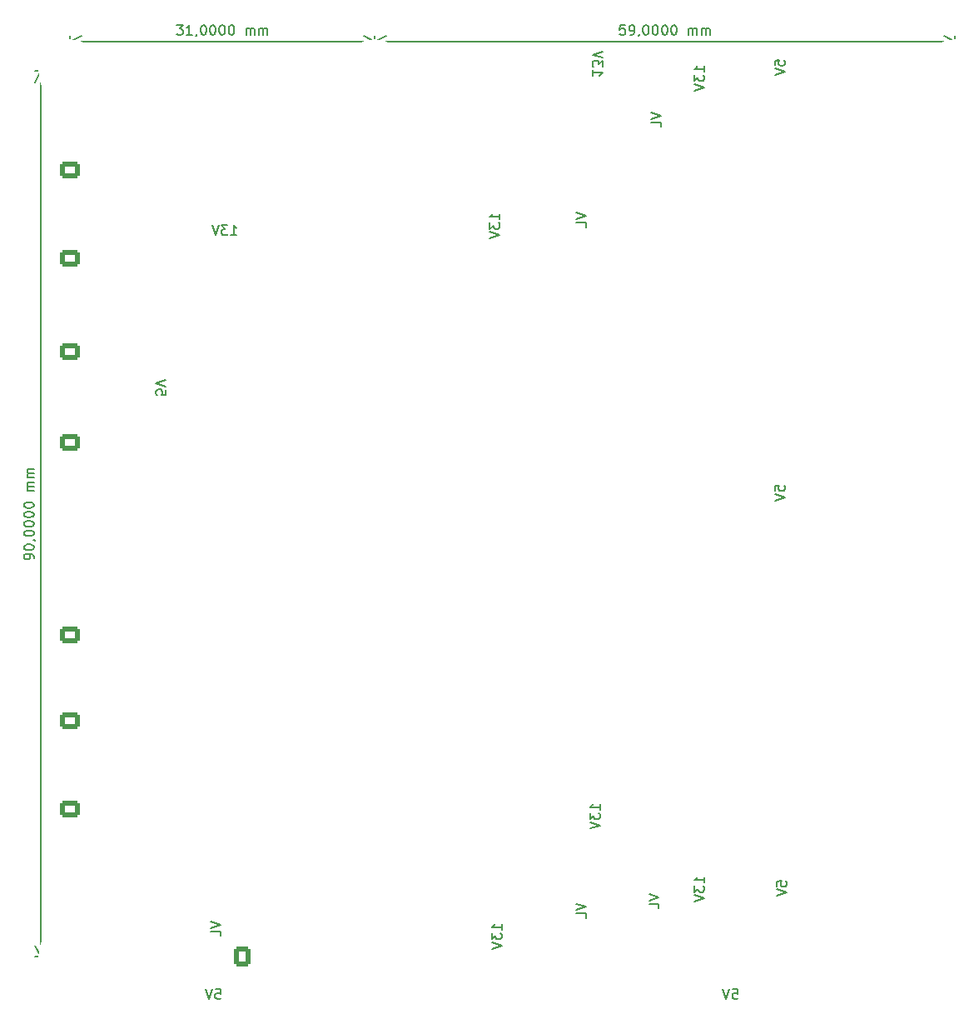
<source format=gbo>
%TF.GenerationSoftware,KiCad,Pcbnew,7.0.10*%
%TF.CreationDate,2024-02-04T21:05:04+01:00*%
%TF.ProjectId,demo_LMP7721,64656d6f-5f4c-44d5-9037-3732312e6b69,rev?*%
%TF.SameCoordinates,Original*%
%TF.FileFunction,Legend,Bot*%
%TF.FilePolarity,Positive*%
%FSLAX46Y46*%
G04 Gerber Fmt 4.6, Leading zero omitted, Abs format (unit mm)*
G04 Created by KiCad (PCBNEW 7.0.10) date 2024-02-04 21:05:04*
%MOMM*%
%LPD*%
G01*
G04 APERTURE LIST*
G04 Aperture macros list*
%AMRoundRect*
0 Rectangle with rounded corners*
0 $1 Rounding radius*
0 $2 $3 $4 $5 $6 $7 $8 $9 X,Y pos of 4 corners*
0 Add a 4 corners polygon primitive as box body*
4,1,4,$2,$3,$4,$5,$6,$7,$8,$9,$2,$3,0*
0 Add four circle primitives for the rounded corners*
1,1,$1+$1,$2,$3*
1,1,$1+$1,$4,$5*
1,1,$1+$1,$6,$7*
1,1,$1+$1,$8,$9*
0 Add four rect primitives between the rounded corners*
20,1,$1+$1,$2,$3,$4,$5,0*
20,1,$1+$1,$4,$5,$6,$7,0*
20,1,$1+$1,$6,$7,$8,$9,0*
20,1,$1+$1,$8,$9,$2,$3,0*%
G04 Aperture macros list end*
%ADD10C,0.150000*%
%ADD11C,1.795065*%
%ADD12C,0.800000*%
%ADD13C,6.400000*%
%ADD14RoundRect,0.250000X0.725000X-0.600000X0.725000X0.600000X-0.725000X0.600000X-0.725000X-0.600000X0*%
%ADD15O,1.950000X1.700000*%
%ADD16R,1.700000X1.700000*%
%ADD17O,1.700000X1.700000*%
%ADD18RoundRect,0.250000X0.750000X-0.600000X0.750000X0.600000X-0.750000X0.600000X-0.750000X-0.600000X0*%
%ADD19O,2.000000X1.700000*%
%ADD20RoundRect,0.250000X0.600000X0.750000X-0.600000X0.750000X-0.600000X-0.750000X0.600000X-0.750000X0*%
%ADD21O,1.700000X2.000000*%
G04 APERTURE END LIST*
D10*
X84787030Y-123269819D02*
X85263220Y-123269819D01*
X85263220Y-123269819D02*
X85310839Y-123746009D01*
X85310839Y-123746009D02*
X85263220Y-123698390D01*
X85263220Y-123698390D02*
X85167982Y-123650771D01*
X85167982Y-123650771D02*
X84929887Y-123650771D01*
X84929887Y-123650771D02*
X84834649Y-123698390D01*
X84834649Y-123698390D02*
X84787030Y-123746009D01*
X84787030Y-123746009D02*
X84739411Y-123841247D01*
X84739411Y-123841247D02*
X84739411Y-124079342D01*
X84739411Y-124079342D02*
X84787030Y-124174580D01*
X84787030Y-124174580D02*
X84834649Y-124222200D01*
X84834649Y-124222200D02*
X84929887Y-124269819D01*
X84929887Y-124269819D02*
X85167982Y-124269819D01*
X85167982Y-124269819D02*
X85263220Y-124222200D01*
X85263220Y-124222200D02*
X85310839Y-124174580D01*
X84453696Y-123269819D02*
X84120363Y-124269819D01*
X84120363Y-124269819D02*
X83787030Y-123269819D01*
X123130180Y-29889411D02*
X123130180Y-30460839D01*
X123130180Y-30175125D02*
X124130180Y-30175125D01*
X124130180Y-30175125D02*
X123987323Y-30270363D01*
X123987323Y-30270363D02*
X123892085Y-30365601D01*
X123892085Y-30365601D02*
X123844466Y-30460839D01*
X124130180Y-29556077D02*
X124130180Y-28937030D01*
X124130180Y-28937030D02*
X123749228Y-29270363D01*
X123749228Y-29270363D02*
X123749228Y-29127506D01*
X123749228Y-29127506D02*
X123701609Y-29032268D01*
X123701609Y-29032268D02*
X123653990Y-28984649D01*
X123653990Y-28984649D02*
X123558752Y-28937030D01*
X123558752Y-28937030D02*
X123320657Y-28937030D01*
X123320657Y-28937030D02*
X123225419Y-28984649D01*
X123225419Y-28984649D02*
X123177800Y-29032268D01*
X123177800Y-29032268D02*
X123130180Y-29127506D01*
X123130180Y-29127506D02*
X123130180Y-29413220D01*
X123130180Y-29413220D02*
X123177800Y-29508458D01*
X123177800Y-29508458D02*
X123225419Y-29556077D01*
X124130180Y-28651315D02*
X123130180Y-28317982D01*
X123130180Y-28317982D02*
X124130180Y-27984649D01*
X129069819Y-34193922D02*
X130069819Y-34527255D01*
X130069819Y-34527255D02*
X129069819Y-34860588D01*
X130069819Y-35670112D02*
X130069819Y-35193922D01*
X130069819Y-35193922D02*
X129069819Y-35193922D01*
X113869819Y-117260588D02*
X113869819Y-116689160D01*
X113869819Y-116974874D02*
X112869819Y-116974874D01*
X112869819Y-116974874D02*
X113012676Y-116879636D01*
X113012676Y-116879636D02*
X113107914Y-116784398D01*
X113107914Y-116784398D02*
X113155533Y-116689160D01*
X112869819Y-117593922D02*
X112869819Y-118212969D01*
X112869819Y-118212969D02*
X113250771Y-117879636D01*
X113250771Y-117879636D02*
X113250771Y-118022493D01*
X113250771Y-118022493D02*
X113298390Y-118117731D01*
X113298390Y-118117731D02*
X113346009Y-118165350D01*
X113346009Y-118165350D02*
X113441247Y-118212969D01*
X113441247Y-118212969D02*
X113679342Y-118212969D01*
X113679342Y-118212969D02*
X113774580Y-118165350D01*
X113774580Y-118165350D02*
X113822200Y-118117731D01*
X113822200Y-118117731D02*
X113869819Y-118022493D01*
X113869819Y-118022493D02*
X113869819Y-117736779D01*
X113869819Y-117736779D02*
X113822200Y-117641541D01*
X113822200Y-117641541D02*
X113774580Y-117593922D01*
X112869819Y-118498684D02*
X113869819Y-118832017D01*
X113869819Y-118832017D02*
X112869819Y-119165350D01*
X134469819Y-30060588D02*
X134469819Y-29489160D01*
X134469819Y-29774874D02*
X133469819Y-29774874D01*
X133469819Y-29774874D02*
X133612676Y-29679636D01*
X133612676Y-29679636D02*
X133707914Y-29584398D01*
X133707914Y-29584398D02*
X133755533Y-29489160D01*
X133469819Y-30393922D02*
X133469819Y-31012969D01*
X133469819Y-31012969D02*
X133850771Y-30679636D01*
X133850771Y-30679636D02*
X133850771Y-30822493D01*
X133850771Y-30822493D02*
X133898390Y-30917731D01*
X133898390Y-30917731D02*
X133946009Y-30965350D01*
X133946009Y-30965350D02*
X134041247Y-31012969D01*
X134041247Y-31012969D02*
X134279342Y-31012969D01*
X134279342Y-31012969D02*
X134374580Y-30965350D01*
X134374580Y-30965350D02*
X134422200Y-30917731D01*
X134422200Y-30917731D02*
X134469819Y-30822493D01*
X134469819Y-30822493D02*
X134469819Y-30536779D01*
X134469819Y-30536779D02*
X134422200Y-30441541D01*
X134422200Y-30441541D02*
X134374580Y-30393922D01*
X133469819Y-31298684D02*
X134469819Y-31632017D01*
X134469819Y-31632017D02*
X133469819Y-31965350D01*
X141669819Y-72612969D02*
X141669819Y-72136779D01*
X141669819Y-72136779D02*
X142146009Y-72089160D01*
X142146009Y-72089160D02*
X142098390Y-72136779D01*
X142098390Y-72136779D02*
X142050771Y-72232017D01*
X142050771Y-72232017D02*
X142050771Y-72470112D01*
X142050771Y-72470112D02*
X142098390Y-72565350D01*
X142098390Y-72565350D02*
X142146009Y-72612969D01*
X142146009Y-72612969D02*
X142241247Y-72660588D01*
X142241247Y-72660588D02*
X142479342Y-72660588D01*
X142479342Y-72660588D02*
X142574580Y-72612969D01*
X142574580Y-72612969D02*
X142622200Y-72565350D01*
X142622200Y-72565350D02*
X142669819Y-72470112D01*
X142669819Y-72470112D02*
X142669819Y-72232017D01*
X142669819Y-72232017D02*
X142622200Y-72136779D01*
X142622200Y-72136779D02*
X142574580Y-72089160D01*
X141669819Y-72946303D02*
X142669819Y-73279636D01*
X142669819Y-73279636D02*
X141669819Y-73612969D01*
X128869819Y-113593922D02*
X129869819Y-113927255D01*
X129869819Y-113927255D02*
X128869819Y-114260588D01*
X129869819Y-115070112D02*
X129869819Y-114593922D01*
X129869819Y-114593922D02*
X128869819Y-114593922D01*
X123869819Y-105060588D02*
X123869819Y-104489160D01*
X123869819Y-104774874D02*
X122869819Y-104774874D01*
X122869819Y-104774874D02*
X123012676Y-104679636D01*
X123012676Y-104679636D02*
X123107914Y-104584398D01*
X123107914Y-104584398D02*
X123155533Y-104489160D01*
X122869819Y-105393922D02*
X122869819Y-106012969D01*
X122869819Y-106012969D02*
X123250771Y-105679636D01*
X123250771Y-105679636D02*
X123250771Y-105822493D01*
X123250771Y-105822493D02*
X123298390Y-105917731D01*
X123298390Y-105917731D02*
X123346009Y-105965350D01*
X123346009Y-105965350D02*
X123441247Y-106012969D01*
X123441247Y-106012969D02*
X123679342Y-106012969D01*
X123679342Y-106012969D02*
X123774580Y-105965350D01*
X123774580Y-105965350D02*
X123822200Y-105917731D01*
X123822200Y-105917731D02*
X123869819Y-105822493D01*
X123869819Y-105822493D02*
X123869819Y-105536779D01*
X123869819Y-105536779D02*
X123822200Y-105441541D01*
X123822200Y-105441541D02*
X123774580Y-105393922D01*
X122869819Y-106298684D02*
X123869819Y-106632017D01*
X123869819Y-106632017D02*
X122869819Y-106965350D01*
X137387030Y-123269819D02*
X137863220Y-123269819D01*
X137863220Y-123269819D02*
X137910839Y-123746009D01*
X137910839Y-123746009D02*
X137863220Y-123698390D01*
X137863220Y-123698390D02*
X137767982Y-123650771D01*
X137767982Y-123650771D02*
X137529887Y-123650771D01*
X137529887Y-123650771D02*
X137434649Y-123698390D01*
X137434649Y-123698390D02*
X137387030Y-123746009D01*
X137387030Y-123746009D02*
X137339411Y-123841247D01*
X137339411Y-123841247D02*
X137339411Y-124079342D01*
X137339411Y-124079342D02*
X137387030Y-124174580D01*
X137387030Y-124174580D02*
X137434649Y-124222200D01*
X137434649Y-124222200D02*
X137529887Y-124269819D01*
X137529887Y-124269819D02*
X137767982Y-124269819D01*
X137767982Y-124269819D02*
X137863220Y-124222200D01*
X137863220Y-124222200D02*
X137910839Y-124174580D01*
X137053696Y-123269819D02*
X136720363Y-124269819D01*
X136720363Y-124269819D02*
X136387030Y-123269819D01*
X141669819Y-29412969D02*
X141669819Y-28936779D01*
X141669819Y-28936779D02*
X142146009Y-28889160D01*
X142146009Y-28889160D02*
X142098390Y-28936779D01*
X142098390Y-28936779D02*
X142050771Y-29032017D01*
X142050771Y-29032017D02*
X142050771Y-29270112D01*
X142050771Y-29270112D02*
X142098390Y-29365350D01*
X142098390Y-29365350D02*
X142146009Y-29412969D01*
X142146009Y-29412969D02*
X142241247Y-29460588D01*
X142241247Y-29460588D02*
X142479342Y-29460588D01*
X142479342Y-29460588D02*
X142574580Y-29412969D01*
X142574580Y-29412969D02*
X142622200Y-29365350D01*
X142622200Y-29365350D02*
X142669819Y-29270112D01*
X142669819Y-29270112D02*
X142669819Y-29032017D01*
X142669819Y-29032017D02*
X142622200Y-28936779D01*
X142622200Y-28936779D02*
X142574580Y-28889160D01*
X141669819Y-29746303D02*
X142669819Y-30079636D01*
X142669819Y-30079636D02*
X141669819Y-30412969D01*
X141869819Y-112812969D02*
X141869819Y-112336779D01*
X141869819Y-112336779D02*
X142346009Y-112289160D01*
X142346009Y-112289160D02*
X142298390Y-112336779D01*
X142298390Y-112336779D02*
X142250771Y-112432017D01*
X142250771Y-112432017D02*
X142250771Y-112670112D01*
X142250771Y-112670112D02*
X142298390Y-112765350D01*
X142298390Y-112765350D02*
X142346009Y-112812969D01*
X142346009Y-112812969D02*
X142441247Y-112860588D01*
X142441247Y-112860588D02*
X142679342Y-112860588D01*
X142679342Y-112860588D02*
X142774580Y-112812969D01*
X142774580Y-112812969D02*
X142822200Y-112765350D01*
X142822200Y-112765350D02*
X142869819Y-112670112D01*
X142869819Y-112670112D02*
X142869819Y-112432017D01*
X142869819Y-112432017D02*
X142822200Y-112336779D01*
X142822200Y-112336779D02*
X142774580Y-112289160D01*
X141869819Y-113146303D02*
X142869819Y-113479636D01*
X142869819Y-113479636D02*
X141869819Y-113812969D01*
X84269819Y-116393922D02*
X85269819Y-116727255D01*
X85269819Y-116727255D02*
X84269819Y-117060588D01*
X85269819Y-117870112D02*
X85269819Y-117393922D01*
X85269819Y-117393922D02*
X84269819Y-117393922D01*
X113669819Y-45060588D02*
X113669819Y-44489160D01*
X113669819Y-44774874D02*
X112669819Y-44774874D01*
X112669819Y-44774874D02*
X112812676Y-44679636D01*
X112812676Y-44679636D02*
X112907914Y-44584398D01*
X112907914Y-44584398D02*
X112955533Y-44489160D01*
X112669819Y-45393922D02*
X112669819Y-46012969D01*
X112669819Y-46012969D02*
X113050771Y-45679636D01*
X113050771Y-45679636D02*
X113050771Y-45822493D01*
X113050771Y-45822493D02*
X113098390Y-45917731D01*
X113098390Y-45917731D02*
X113146009Y-45965350D01*
X113146009Y-45965350D02*
X113241247Y-46012969D01*
X113241247Y-46012969D02*
X113479342Y-46012969D01*
X113479342Y-46012969D02*
X113574580Y-45965350D01*
X113574580Y-45965350D02*
X113622200Y-45917731D01*
X113622200Y-45917731D02*
X113669819Y-45822493D01*
X113669819Y-45822493D02*
X113669819Y-45536779D01*
X113669819Y-45536779D02*
X113622200Y-45441541D01*
X113622200Y-45441541D02*
X113574580Y-45393922D01*
X112669819Y-46298684D02*
X113669819Y-46632017D01*
X113669819Y-46632017D02*
X112669819Y-46965350D01*
X121469819Y-114593922D02*
X122469819Y-114927255D01*
X122469819Y-114927255D02*
X121469819Y-115260588D01*
X122469819Y-116070112D02*
X122469819Y-115593922D01*
X122469819Y-115593922D02*
X121469819Y-115593922D01*
X134469819Y-112460588D02*
X134469819Y-111889160D01*
X134469819Y-112174874D02*
X133469819Y-112174874D01*
X133469819Y-112174874D02*
X133612676Y-112079636D01*
X133612676Y-112079636D02*
X133707914Y-111984398D01*
X133707914Y-111984398D02*
X133755533Y-111889160D01*
X133469819Y-112793922D02*
X133469819Y-113412969D01*
X133469819Y-113412969D02*
X133850771Y-113079636D01*
X133850771Y-113079636D02*
X133850771Y-113222493D01*
X133850771Y-113222493D02*
X133898390Y-113317731D01*
X133898390Y-113317731D02*
X133946009Y-113365350D01*
X133946009Y-113365350D02*
X134041247Y-113412969D01*
X134041247Y-113412969D02*
X134279342Y-113412969D01*
X134279342Y-113412969D02*
X134374580Y-113365350D01*
X134374580Y-113365350D02*
X134422200Y-113317731D01*
X134422200Y-113317731D02*
X134469819Y-113222493D01*
X134469819Y-113222493D02*
X134469819Y-112936779D01*
X134469819Y-112936779D02*
X134422200Y-112841541D01*
X134422200Y-112841541D02*
X134374580Y-112793922D01*
X133469819Y-113698684D02*
X134469819Y-114032017D01*
X134469819Y-114032017D02*
X133469819Y-114365350D01*
X86339411Y-46669819D02*
X86910839Y-46669819D01*
X86625125Y-46669819D02*
X86625125Y-45669819D01*
X86625125Y-45669819D02*
X86720363Y-45812676D01*
X86720363Y-45812676D02*
X86815601Y-45907914D01*
X86815601Y-45907914D02*
X86910839Y-45955533D01*
X86006077Y-45669819D02*
X85387030Y-45669819D01*
X85387030Y-45669819D02*
X85720363Y-46050771D01*
X85720363Y-46050771D02*
X85577506Y-46050771D01*
X85577506Y-46050771D02*
X85482268Y-46098390D01*
X85482268Y-46098390D02*
X85434649Y-46146009D01*
X85434649Y-46146009D02*
X85387030Y-46241247D01*
X85387030Y-46241247D02*
X85387030Y-46479342D01*
X85387030Y-46479342D02*
X85434649Y-46574580D01*
X85434649Y-46574580D02*
X85482268Y-46622200D01*
X85482268Y-46622200D02*
X85577506Y-46669819D01*
X85577506Y-46669819D02*
X85863220Y-46669819D01*
X85863220Y-46669819D02*
X85958458Y-46622200D01*
X85958458Y-46622200D02*
X86006077Y-46574580D01*
X85101315Y-45669819D02*
X84767982Y-46669819D01*
X84767982Y-46669819D02*
X84434649Y-45669819D01*
X121469819Y-44393922D02*
X122469819Y-44727255D01*
X122469819Y-44727255D02*
X121469819Y-45060588D01*
X122469819Y-45870112D02*
X122469819Y-45393922D01*
X122469819Y-45393922D02*
X121469819Y-45393922D01*
X79730180Y-62387030D02*
X79730180Y-62863220D01*
X79730180Y-62863220D02*
X79253990Y-62910839D01*
X79253990Y-62910839D02*
X79301609Y-62863220D01*
X79301609Y-62863220D02*
X79349228Y-62767982D01*
X79349228Y-62767982D02*
X79349228Y-62529887D01*
X79349228Y-62529887D02*
X79301609Y-62434649D01*
X79301609Y-62434649D02*
X79253990Y-62387030D01*
X79253990Y-62387030D02*
X79158752Y-62339411D01*
X79158752Y-62339411D02*
X78920657Y-62339411D01*
X78920657Y-62339411D02*
X78825419Y-62387030D01*
X78825419Y-62387030D02*
X78777800Y-62434649D01*
X78777800Y-62434649D02*
X78730180Y-62529887D01*
X78730180Y-62529887D02*
X78730180Y-62767982D01*
X78730180Y-62767982D02*
X78777800Y-62863220D01*
X78777800Y-62863220D02*
X78825419Y-62910839D01*
X79730180Y-62053696D02*
X78730180Y-61720363D01*
X78730180Y-61720363D02*
X79730180Y-61387030D01*
X126404762Y-25304819D02*
X125928572Y-25304819D01*
X125928572Y-25304819D02*
X125880953Y-25781009D01*
X125880953Y-25781009D02*
X125928572Y-25733390D01*
X125928572Y-25733390D02*
X126023810Y-25685771D01*
X126023810Y-25685771D02*
X126261905Y-25685771D01*
X126261905Y-25685771D02*
X126357143Y-25733390D01*
X126357143Y-25733390D02*
X126404762Y-25781009D01*
X126404762Y-25781009D02*
X126452381Y-25876247D01*
X126452381Y-25876247D02*
X126452381Y-26114342D01*
X126452381Y-26114342D02*
X126404762Y-26209580D01*
X126404762Y-26209580D02*
X126357143Y-26257200D01*
X126357143Y-26257200D02*
X126261905Y-26304819D01*
X126261905Y-26304819D02*
X126023810Y-26304819D01*
X126023810Y-26304819D02*
X125928572Y-26257200D01*
X125928572Y-26257200D02*
X125880953Y-26209580D01*
X126928572Y-26304819D02*
X127119048Y-26304819D01*
X127119048Y-26304819D02*
X127214286Y-26257200D01*
X127214286Y-26257200D02*
X127261905Y-26209580D01*
X127261905Y-26209580D02*
X127357143Y-26066723D01*
X127357143Y-26066723D02*
X127404762Y-25876247D01*
X127404762Y-25876247D02*
X127404762Y-25495295D01*
X127404762Y-25495295D02*
X127357143Y-25400057D01*
X127357143Y-25400057D02*
X127309524Y-25352438D01*
X127309524Y-25352438D02*
X127214286Y-25304819D01*
X127214286Y-25304819D02*
X127023810Y-25304819D01*
X127023810Y-25304819D02*
X126928572Y-25352438D01*
X126928572Y-25352438D02*
X126880953Y-25400057D01*
X126880953Y-25400057D02*
X126833334Y-25495295D01*
X126833334Y-25495295D02*
X126833334Y-25733390D01*
X126833334Y-25733390D02*
X126880953Y-25828628D01*
X126880953Y-25828628D02*
X126928572Y-25876247D01*
X126928572Y-25876247D02*
X127023810Y-25923866D01*
X127023810Y-25923866D02*
X127214286Y-25923866D01*
X127214286Y-25923866D02*
X127309524Y-25876247D01*
X127309524Y-25876247D02*
X127357143Y-25828628D01*
X127357143Y-25828628D02*
X127404762Y-25733390D01*
X127880953Y-26257200D02*
X127880953Y-26304819D01*
X127880953Y-26304819D02*
X127833334Y-26400057D01*
X127833334Y-26400057D02*
X127785715Y-26447676D01*
X128500000Y-25304819D02*
X128595238Y-25304819D01*
X128595238Y-25304819D02*
X128690476Y-25352438D01*
X128690476Y-25352438D02*
X128738095Y-25400057D01*
X128738095Y-25400057D02*
X128785714Y-25495295D01*
X128785714Y-25495295D02*
X128833333Y-25685771D01*
X128833333Y-25685771D02*
X128833333Y-25923866D01*
X128833333Y-25923866D02*
X128785714Y-26114342D01*
X128785714Y-26114342D02*
X128738095Y-26209580D01*
X128738095Y-26209580D02*
X128690476Y-26257200D01*
X128690476Y-26257200D02*
X128595238Y-26304819D01*
X128595238Y-26304819D02*
X128500000Y-26304819D01*
X128500000Y-26304819D02*
X128404762Y-26257200D01*
X128404762Y-26257200D02*
X128357143Y-26209580D01*
X128357143Y-26209580D02*
X128309524Y-26114342D01*
X128309524Y-26114342D02*
X128261905Y-25923866D01*
X128261905Y-25923866D02*
X128261905Y-25685771D01*
X128261905Y-25685771D02*
X128309524Y-25495295D01*
X128309524Y-25495295D02*
X128357143Y-25400057D01*
X128357143Y-25400057D02*
X128404762Y-25352438D01*
X128404762Y-25352438D02*
X128500000Y-25304819D01*
X129452381Y-25304819D02*
X129547619Y-25304819D01*
X129547619Y-25304819D02*
X129642857Y-25352438D01*
X129642857Y-25352438D02*
X129690476Y-25400057D01*
X129690476Y-25400057D02*
X129738095Y-25495295D01*
X129738095Y-25495295D02*
X129785714Y-25685771D01*
X129785714Y-25685771D02*
X129785714Y-25923866D01*
X129785714Y-25923866D02*
X129738095Y-26114342D01*
X129738095Y-26114342D02*
X129690476Y-26209580D01*
X129690476Y-26209580D02*
X129642857Y-26257200D01*
X129642857Y-26257200D02*
X129547619Y-26304819D01*
X129547619Y-26304819D02*
X129452381Y-26304819D01*
X129452381Y-26304819D02*
X129357143Y-26257200D01*
X129357143Y-26257200D02*
X129309524Y-26209580D01*
X129309524Y-26209580D02*
X129261905Y-26114342D01*
X129261905Y-26114342D02*
X129214286Y-25923866D01*
X129214286Y-25923866D02*
X129214286Y-25685771D01*
X129214286Y-25685771D02*
X129261905Y-25495295D01*
X129261905Y-25495295D02*
X129309524Y-25400057D01*
X129309524Y-25400057D02*
X129357143Y-25352438D01*
X129357143Y-25352438D02*
X129452381Y-25304819D01*
X130404762Y-25304819D02*
X130500000Y-25304819D01*
X130500000Y-25304819D02*
X130595238Y-25352438D01*
X130595238Y-25352438D02*
X130642857Y-25400057D01*
X130642857Y-25400057D02*
X130690476Y-25495295D01*
X130690476Y-25495295D02*
X130738095Y-25685771D01*
X130738095Y-25685771D02*
X130738095Y-25923866D01*
X130738095Y-25923866D02*
X130690476Y-26114342D01*
X130690476Y-26114342D02*
X130642857Y-26209580D01*
X130642857Y-26209580D02*
X130595238Y-26257200D01*
X130595238Y-26257200D02*
X130500000Y-26304819D01*
X130500000Y-26304819D02*
X130404762Y-26304819D01*
X130404762Y-26304819D02*
X130309524Y-26257200D01*
X130309524Y-26257200D02*
X130261905Y-26209580D01*
X130261905Y-26209580D02*
X130214286Y-26114342D01*
X130214286Y-26114342D02*
X130166667Y-25923866D01*
X130166667Y-25923866D02*
X130166667Y-25685771D01*
X130166667Y-25685771D02*
X130214286Y-25495295D01*
X130214286Y-25495295D02*
X130261905Y-25400057D01*
X130261905Y-25400057D02*
X130309524Y-25352438D01*
X130309524Y-25352438D02*
X130404762Y-25304819D01*
X131357143Y-25304819D02*
X131452381Y-25304819D01*
X131452381Y-25304819D02*
X131547619Y-25352438D01*
X131547619Y-25352438D02*
X131595238Y-25400057D01*
X131595238Y-25400057D02*
X131642857Y-25495295D01*
X131642857Y-25495295D02*
X131690476Y-25685771D01*
X131690476Y-25685771D02*
X131690476Y-25923866D01*
X131690476Y-25923866D02*
X131642857Y-26114342D01*
X131642857Y-26114342D02*
X131595238Y-26209580D01*
X131595238Y-26209580D02*
X131547619Y-26257200D01*
X131547619Y-26257200D02*
X131452381Y-26304819D01*
X131452381Y-26304819D02*
X131357143Y-26304819D01*
X131357143Y-26304819D02*
X131261905Y-26257200D01*
X131261905Y-26257200D02*
X131214286Y-26209580D01*
X131214286Y-26209580D02*
X131166667Y-26114342D01*
X131166667Y-26114342D02*
X131119048Y-25923866D01*
X131119048Y-25923866D02*
X131119048Y-25685771D01*
X131119048Y-25685771D02*
X131166667Y-25495295D01*
X131166667Y-25495295D02*
X131214286Y-25400057D01*
X131214286Y-25400057D02*
X131261905Y-25352438D01*
X131261905Y-25352438D02*
X131357143Y-25304819D01*
X132880953Y-26304819D02*
X132880953Y-25638152D01*
X132880953Y-25733390D02*
X132928572Y-25685771D01*
X132928572Y-25685771D02*
X133023810Y-25638152D01*
X133023810Y-25638152D02*
X133166667Y-25638152D01*
X133166667Y-25638152D02*
X133261905Y-25685771D01*
X133261905Y-25685771D02*
X133309524Y-25781009D01*
X133309524Y-25781009D02*
X133309524Y-26304819D01*
X133309524Y-25781009D02*
X133357143Y-25685771D01*
X133357143Y-25685771D02*
X133452381Y-25638152D01*
X133452381Y-25638152D02*
X133595238Y-25638152D01*
X133595238Y-25638152D02*
X133690477Y-25685771D01*
X133690477Y-25685771D02*
X133738096Y-25781009D01*
X133738096Y-25781009D02*
X133738096Y-26304819D01*
X134214286Y-26304819D02*
X134214286Y-25638152D01*
X134214286Y-25733390D02*
X134261905Y-25685771D01*
X134261905Y-25685771D02*
X134357143Y-25638152D01*
X134357143Y-25638152D02*
X134500000Y-25638152D01*
X134500000Y-25638152D02*
X134595238Y-25685771D01*
X134595238Y-25685771D02*
X134642857Y-25781009D01*
X134642857Y-25781009D02*
X134642857Y-26304819D01*
X134642857Y-25781009D02*
X134690476Y-25685771D01*
X134690476Y-25685771D02*
X134785714Y-25638152D01*
X134785714Y-25638152D02*
X134928571Y-25638152D01*
X134928571Y-25638152D02*
X135023810Y-25685771D01*
X135023810Y-25685771D02*
X135071429Y-25781009D01*
X135071429Y-25781009D02*
X135071429Y-26304819D01*
X160000000Y-29500000D02*
X160000000Y-26413580D01*
X101000000Y-29500000D02*
X101000000Y-26413580D01*
X160000000Y-27000000D02*
X101000000Y-27000000D01*
X160000000Y-27000000D02*
X101000000Y-27000000D01*
X160000000Y-27000000D02*
X158873496Y-27586421D01*
X160000000Y-27000000D02*
X158873496Y-26413579D01*
X101000000Y-27000000D02*
X102126504Y-26413579D01*
X101000000Y-27000000D02*
X102126504Y-27586421D01*
X66304819Y-79523808D02*
X66304819Y-79333332D01*
X66304819Y-79333332D02*
X66257200Y-79238094D01*
X66257200Y-79238094D02*
X66209580Y-79190475D01*
X66209580Y-79190475D02*
X66066723Y-79095237D01*
X66066723Y-79095237D02*
X65876247Y-79047618D01*
X65876247Y-79047618D02*
X65495295Y-79047618D01*
X65495295Y-79047618D02*
X65400057Y-79095237D01*
X65400057Y-79095237D02*
X65352438Y-79142856D01*
X65352438Y-79142856D02*
X65304819Y-79238094D01*
X65304819Y-79238094D02*
X65304819Y-79428570D01*
X65304819Y-79428570D02*
X65352438Y-79523808D01*
X65352438Y-79523808D02*
X65400057Y-79571427D01*
X65400057Y-79571427D02*
X65495295Y-79619046D01*
X65495295Y-79619046D02*
X65733390Y-79619046D01*
X65733390Y-79619046D02*
X65828628Y-79571427D01*
X65828628Y-79571427D02*
X65876247Y-79523808D01*
X65876247Y-79523808D02*
X65923866Y-79428570D01*
X65923866Y-79428570D02*
X65923866Y-79238094D01*
X65923866Y-79238094D02*
X65876247Y-79142856D01*
X65876247Y-79142856D02*
X65828628Y-79095237D01*
X65828628Y-79095237D02*
X65733390Y-79047618D01*
X65304819Y-78428570D02*
X65304819Y-78333332D01*
X65304819Y-78333332D02*
X65352438Y-78238094D01*
X65352438Y-78238094D02*
X65400057Y-78190475D01*
X65400057Y-78190475D02*
X65495295Y-78142856D01*
X65495295Y-78142856D02*
X65685771Y-78095237D01*
X65685771Y-78095237D02*
X65923866Y-78095237D01*
X65923866Y-78095237D02*
X66114342Y-78142856D01*
X66114342Y-78142856D02*
X66209580Y-78190475D01*
X66209580Y-78190475D02*
X66257200Y-78238094D01*
X66257200Y-78238094D02*
X66304819Y-78333332D01*
X66304819Y-78333332D02*
X66304819Y-78428570D01*
X66304819Y-78428570D02*
X66257200Y-78523808D01*
X66257200Y-78523808D02*
X66209580Y-78571427D01*
X66209580Y-78571427D02*
X66114342Y-78619046D01*
X66114342Y-78619046D02*
X65923866Y-78666665D01*
X65923866Y-78666665D02*
X65685771Y-78666665D01*
X65685771Y-78666665D02*
X65495295Y-78619046D01*
X65495295Y-78619046D02*
X65400057Y-78571427D01*
X65400057Y-78571427D02*
X65352438Y-78523808D01*
X65352438Y-78523808D02*
X65304819Y-78428570D01*
X66257200Y-77619046D02*
X66304819Y-77619046D01*
X66304819Y-77619046D02*
X66400057Y-77666665D01*
X66400057Y-77666665D02*
X66447676Y-77714284D01*
X65304819Y-76999999D02*
X65304819Y-76904761D01*
X65304819Y-76904761D02*
X65352438Y-76809523D01*
X65352438Y-76809523D02*
X65400057Y-76761904D01*
X65400057Y-76761904D02*
X65495295Y-76714285D01*
X65495295Y-76714285D02*
X65685771Y-76666666D01*
X65685771Y-76666666D02*
X65923866Y-76666666D01*
X65923866Y-76666666D02*
X66114342Y-76714285D01*
X66114342Y-76714285D02*
X66209580Y-76761904D01*
X66209580Y-76761904D02*
X66257200Y-76809523D01*
X66257200Y-76809523D02*
X66304819Y-76904761D01*
X66304819Y-76904761D02*
X66304819Y-76999999D01*
X66304819Y-76999999D02*
X66257200Y-77095237D01*
X66257200Y-77095237D02*
X66209580Y-77142856D01*
X66209580Y-77142856D02*
X66114342Y-77190475D01*
X66114342Y-77190475D02*
X65923866Y-77238094D01*
X65923866Y-77238094D02*
X65685771Y-77238094D01*
X65685771Y-77238094D02*
X65495295Y-77190475D01*
X65495295Y-77190475D02*
X65400057Y-77142856D01*
X65400057Y-77142856D02*
X65352438Y-77095237D01*
X65352438Y-77095237D02*
X65304819Y-76999999D01*
X65304819Y-76047618D02*
X65304819Y-75952380D01*
X65304819Y-75952380D02*
X65352438Y-75857142D01*
X65352438Y-75857142D02*
X65400057Y-75809523D01*
X65400057Y-75809523D02*
X65495295Y-75761904D01*
X65495295Y-75761904D02*
X65685771Y-75714285D01*
X65685771Y-75714285D02*
X65923866Y-75714285D01*
X65923866Y-75714285D02*
X66114342Y-75761904D01*
X66114342Y-75761904D02*
X66209580Y-75809523D01*
X66209580Y-75809523D02*
X66257200Y-75857142D01*
X66257200Y-75857142D02*
X66304819Y-75952380D01*
X66304819Y-75952380D02*
X66304819Y-76047618D01*
X66304819Y-76047618D02*
X66257200Y-76142856D01*
X66257200Y-76142856D02*
X66209580Y-76190475D01*
X66209580Y-76190475D02*
X66114342Y-76238094D01*
X66114342Y-76238094D02*
X65923866Y-76285713D01*
X65923866Y-76285713D02*
X65685771Y-76285713D01*
X65685771Y-76285713D02*
X65495295Y-76238094D01*
X65495295Y-76238094D02*
X65400057Y-76190475D01*
X65400057Y-76190475D02*
X65352438Y-76142856D01*
X65352438Y-76142856D02*
X65304819Y-76047618D01*
X65304819Y-75095237D02*
X65304819Y-74999999D01*
X65304819Y-74999999D02*
X65352438Y-74904761D01*
X65352438Y-74904761D02*
X65400057Y-74857142D01*
X65400057Y-74857142D02*
X65495295Y-74809523D01*
X65495295Y-74809523D02*
X65685771Y-74761904D01*
X65685771Y-74761904D02*
X65923866Y-74761904D01*
X65923866Y-74761904D02*
X66114342Y-74809523D01*
X66114342Y-74809523D02*
X66209580Y-74857142D01*
X66209580Y-74857142D02*
X66257200Y-74904761D01*
X66257200Y-74904761D02*
X66304819Y-74999999D01*
X66304819Y-74999999D02*
X66304819Y-75095237D01*
X66304819Y-75095237D02*
X66257200Y-75190475D01*
X66257200Y-75190475D02*
X66209580Y-75238094D01*
X66209580Y-75238094D02*
X66114342Y-75285713D01*
X66114342Y-75285713D02*
X65923866Y-75333332D01*
X65923866Y-75333332D02*
X65685771Y-75333332D01*
X65685771Y-75333332D02*
X65495295Y-75285713D01*
X65495295Y-75285713D02*
X65400057Y-75238094D01*
X65400057Y-75238094D02*
X65352438Y-75190475D01*
X65352438Y-75190475D02*
X65304819Y-75095237D01*
X65304819Y-74142856D02*
X65304819Y-74047618D01*
X65304819Y-74047618D02*
X65352438Y-73952380D01*
X65352438Y-73952380D02*
X65400057Y-73904761D01*
X65400057Y-73904761D02*
X65495295Y-73857142D01*
X65495295Y-73857142D02*
X65685771Y-73809523D01*
X65685771Y-73809523D02*
X65923866Y-73809523D01*
X65923866Y-73809523D02*
X66114342Y-73857142D01*
X66114342Y-73857142D02*
X66209580Y-73904761D01*
X66209580Y-73904761D02*
X66257200Y-73952380D01*
X66257200Y-73952380D02*
X66304819Y-74047618D01*
X66304819Y-74047618D02*
X66304819Y-74142856D01*
X66304819Y-74142856D02*
X66257200Y-74238094D01*
X66257200Y-74238094D02*
X66209580Y-74285713D01*
X66209580Y-74285713D02*
X66114342Y-74333332D01*
X66114342Y-74333332D02*
X65923866Y-74380951D01*
X65923866Y-74380951D02*
X65685771Y-74380951D01*
X65685771Y-74380951D02*
X65495295Y-74333332D01*
X65495295Y-74333332D02*
X65400057Y-74285713D01*
X65400057Y-74285713D02*
X65352438Y-74238094D01*
X65352438Y-74238094D02*
X65304819Y-74142856D01*
X66304819Y-72619046D02*
X65638152Y-72619046D01*
X65733390Y-72619046D02*
X65685771Y-72571427D01*
X65685771Y-72571427D02*
X65638152Y-72476189D01*
X65638152Y-72476189D02*
X65638152Y-72333332D01*
X65638152Y-72333332D02*
X65685771Y-72238094D01*
X65685771Y-72238094D02*
X65781009Y-72190475D01*
X65781009Y-72190475D02*
X66304819Y-72190475D01*
X65781009Y-72190475D02*
X65685771Y-72142856D01*
X65685771Y-72142856D02*
X65638152Y-72047618D01*
X65638152Y-72047618D02*
X65638152Y-71904761D01*
X65638152Y-71904761D02*
X65685771Y-71809522D01*
X65685771Y-71809522D02*
X65781009Y-71761903D01*
X65781009Y-71761903D02*
X66304819Y-71761903D01*
X66304819Y-71285713D02*
X65638152Y-71285713D01*
X65733390Y-71285713D02*
X65685771Y-71238094D01*
X65685771Y-71238094D02*
X65638152Y-71142856D01*
X65638152Y-71142856D02*
X65638152Y-70999999D01*
X65638152Y-70999999D02*
X65685771Y-70904761D01*
X65685771Y-70904761D02*
X65781009Y-70857142D01*
X65781009Y-70857142D02*
X66304819Y-70857142D01*
X65781009Y-70857142D02*
X65685771Y-70809523D01*
X65685771Y-70809523D02*
X65638152Y-70714285D01*
X65638152Y-70714285D02*
X65638152Y-70571428D01*
X65638152Y-70571428D02*
X65685771Y-70476189D01*
X65685771Y-70476189D02*
X65781009Y-70428570D01*
X65781009Y-70428570D02*
X66304819Y-70428570D01*
X69500000Y-30000000D02*
X66413580Y-30000000D01*
X69500000Y-120000000D02*
X66413580Y-120000000D01*
X67000000Y-30000000D02*
X67000000Y-120000000D01*
X67000000Y-30000000D02*
X67000000Y-120000000D01*
X67000000Y-30000000D02*
X67586421Y-31126504D01*
X67000000Y-30000000D02*
X66413579Y-31126504D01*
X67000000Y-120000000D02*
X66413579Y-118873496D01*
X67000000Y-120000000D02*
X67586421Y-118873496D01*
X80833334Y-25304819D02*
X81452381Y-25304819D01*
X81452381Y-25304819D02*
X81119048Y-25685771D01*
X81119048Y-25685771D02*
X81261905Y-25685771D01*
X81261905Y-25685771D02*
X81357143Y-25733390D01*
X81357143Y-25733390D02*
X81404762Y-25781009D01*
X81404762Y-25781009D02*
X81452381Y-25876247D01*
X81452381Y-25876247D02*
X81452381Y-26114342D01*
X81452381Y-26114342D02*
X81404762Y-26209580D01*
X81404762Y-26209580D02*
X81357143Y-26257200D01*
X81357143Y-26257200D02*
X81261905Y-26304819D01*
X81261905Y-26304819D02*
X80976191Y-26304819D01*
X80976191Y-26304819D02*
X80880953Y-26257200D01*
X80880953Y-26257200D02*
X80833334Y-26209580D01*
X82404762Y-26304819D02*
X81833334Y-26304819D01*
X82119048Y-26304819D02*
X82119048Y-25304819D01*
X82119048Y-25304819D02*
X82023810Y-25447676D01*
X82023810Y-25447676D02*
X81928572Y-25542914D01*
X81928572Y-25542914D02*
X81833334Y-25590533D01*
X82880953Y-26257200D02*
X82880953Y-26304819D01*
X82880953Y-26304819D02*
X82833334Y-26400057D01*
X82833334Y-26400057D02*
X82785715Y-26447676D01*
X83500000Y-25304819D02*
X83595238Y-25304819D01*
X83595238Y-25304819D02*
X83690476Y-25352438D01*
X83690476Y-25352438D02*
X83738095Y-25400057D01*
X83738095Y-25400057D02*
X83785714Y-25495295D01*
X83785714Y-25495295D02*
X83833333Y-25685771D01*
X83833333Y-25685771D02*
X83833333Y-25923866D01*
X83833333Y-25923866D02*
X83785714Y-26114342D01*
X83785714Y-26114342D02*
X83738095Y-26209580D01*
X83738095Y-26209580D02*
X83690476Y-26257200D01*
X83690476Y-26257200D02*
X83595238Y-26304819D01*
X83595238Y-26304819D02*
X83500000Y-26304819D01*
X83500000Y-26304819D02*
X83404762Y-26257200D01*
X83404762Y-26257200D02*
X83357143Y-26209580D01*
X83357143Y-26209580D02*
X83309524Y-26114342D01*
X83309524Y-26114342D02*
X83261905Y-25923866D01*
X83261905Y-25923866D02*
X83261905Y-25685771D01*
X83261905Y-25685771D02*
X83309524Y-25495295D01*
X83309524Y-25495295D02*
X83357143Y-25400057D01*
X83357143Y-25400057D02*
X83404762Y-25352438D01*
X83404762Y-25352438D02*
X83500000Y-25304819D01*
X84452381Y-25304819D02*
X84547619Y-25304819D01*
X84547619Y-25304819D02*
X84642857Y-25352438D01*
X84642857Y-25352438D02*
X84690476Y-25400057D01*
X84690476Y-25400057D02*
X84738095Y-25495295D01*
X84738095Y-25495295D02*
X84785714Y-25685771D01*
X84785714Y-25685771D02*
X84785714Y-25923866D01*
X84785714Y-25923866D02*
X84738095Y-26114342D01*
X84738095Y-26114342D02*
X84690476Y-26209580D01*
X84690476Y-26209580D02*
X84642857Y-26257200D01*
X84642857Y-26257200D02*
X84547619Y-26304819D01*
X84547619Y-26304819D02*
X84452381Y-26304819D01*
X84452381Y-26304819D02*
X84357143Y-26257200D01*
X84357143Y-26257200D02*
X84309524Y-26209580D01*
X84309524Y-26209580D02*
X84261905Y-26114342D01*
X84261905Y-26114342D02*
X84214286Y-25923866D01*
X84214286Y-25923866D02*
X84214286Y-25685771D01*
X84214286Y-25685771D02*
X84261905Y-25495295D01*
X84261905Y-25495295D02*
X84309524Y-25400057D01*
X84309524Y-25400057D02*
X84357143Y-25352438D01*
X84357143Y-25352438D02*
X84452381Y-25304819D01*
X85404762Y-25304819D02*
X85500000Y-25304819D01*
X85500000Y-25304819D02*
X85595238Y-25352438D01*
X85595238Y-25352438D02*
X85642857Y-25400057D01*
X85642857Y-25400057D02*
X85690476Y-25495295D01*
X85690476Y-25495295D02*
X85738095Y-25685771D01*
X85738095Y-25685771D02*
X85738095Y-25923866D01*
X85738095Y-25923866D02*
X85690476Y-26114342D01*
X85690476Y-26114342D02*
X85642857Y-26209580D01*
X85642857Y-26209580D02*
X85595238Y-26257200D01*
X85595238Y-26257200D02*
X85500000Y-26304819D01*
X85500000Y-26304819D02*
X85404762Y-26304819D01*
X85404762Y-26304819D02*
X85309524Y-26257200D01*
X85309524Y-26257200D02*
X85261905Y-26209580D01*
X85261905Y-26209580D02*
X85214286Y-26114342D01*
X85214286Y-26114342D02*
X85166667Y-25923866D01*
X85166667Y-25923866D02*
X85166667Y-25685771D01*
X85166667Y-25685771D02*
X85214286Y-25495295D01*
X85214286Y-25495295D02*
X85261905Y-25400057D01*
X85261905Y-25400057D02*
X85309524Y-25352438D01*
X85309524Y-25352438D02*
X85404762Y-25304819D01*
X86357143Y-25304819D02*
X86452381Y-25304819D01*
X86452381Y-25304819D02*
X86547619Y-25352438D01*
X86547619Y-25352438D02*
X86595238Y-25400057D01*
X86595238Y-25400057D02*
X86642857Y-25495295D01*
X86642857Y-25495295D02*
X86690476Y-25685771D01*
X86690476Y-25685771D02*
X86690476Y-25923866D01*
X86690476Y-25923866D02*
X86642857Y-26114342D01*
X86642857Y-26114342D02*
X86595238Y-26209580D01*
X86595238Y-26209580D02*
X86547619Y-26257200D01*
X86547619Y-26257200D02*
X86452381Y-26304819D01*
X86452381Y-26304819D02*
X86357143Y-26304819D01*
X86357143Y-26304819D02*
X86261905Y-26257200D01*
X86261905Y-26257200D02*
X86214286Y-26209580D01*
X86214286Y-26209580D02*
X86166667Y-26114342D01*
X86166667Y-26114342D02*
X86119048Y-25923866D01*
X86119048Y-25923866D02*
X86119048Y-25685771D01*
X86119048Y-25685771D02*
X86166667Y-25495295D01*
X86166667Y-25495295D02*
X86214286Y-25400057D01*
X86214286Y-25400057D02*
X86261905Y-25352438D01*
X86261905Y-25352438D02*
X86357143Y-25304819D01*
X87880953Y-26304819D02*
X87880953Y-25638152D01*
X87880953Y-25733390D02*
X87928572Y-25685771D01*
X87928572Y-25685771D02*
X88023810Y-25638152D01*
X88023810Y-25638152D02*
X88166667Y-25638152D01*
X88166667Y-25638152D02*
X88261905Y-25685771D01*
X88261905Y-25685771D02*
X88309524Y-25781009D01*
X88309524Y-25781009D02*
X88309524Y-26304819D01*
X88309524Y-25781009D02*
X88357143Y-25685771D01*
X88357143Y-25685771D02*
X88452381Y-25638152D01*
X88452381Y-25638152D02*
X88595238Y-25638152D01*
X88595238Y-25638152D02*
X88690477Y-25685771D01*
X88690477Y-25685771D02*
X88738096Y-25781009D01*
X88738096Y-25781009D02*
X88738096Y-26304819D01*
X89214286Y-26304819D02*
X89214286Y-25638152D01*
X89214286Y-25733390D02*
X89261905Y-25685771D01*
X89261905Y-25685771D02*
X89357143Y-25638152D01*
X89357143Y-25638152D02*
X89500000Y-25638152D01*
X89500000Y-25638152D02*
X89595238Y-25685771D01*
X89595238Y-25685771D02*
X89642857Y-25781009D01*
X89642857Y-25781009D02*
X89642857Y-26304819D01*
X89642857Y-25781009D02*
X89690476Y-25685771D01*
X89690476Y-25685771D02*
X89785714Y-25638152D01*
X89785714Y-25638152D02*
X89928571Y-25638152D01*
X89928571Y-25638152D02*
X90023810Y-25685771D01*
X90023810Y-25685771D02*
X90071429Y-25781009D01*
X90071429Y-25781009D02*
X90071429Y-26304819D01*
X70000000Y-29500000D02*
X70000000Y-26413580D01*
X101000000Y-29500000D02*
X101000000Y-26413580D01*
X70000000Y-27000000D02*
X101000000Y-27000000D01*
X70000000Y-27000000D02*
X101000000Y-27000000D01*
X70000000Y-27000000D02*
X71126504Y-26413579D01*
X70000000Y-27000000D02*
X71126504Y-27586421D01*
X101000000Y-27000000D02*
X99873496Y-27586421D01*
X101000000Y-27000000D02*
X99873496Y-26413579D01*
%LPC*%
D11*
X162147532Y-92750000D02*
G75*
G03*
X160352468Y-92750000I-897532J0D01*
G01*
X160352468Y-92750000D02*
G75*
G03*
X162147532Y-92750000I897532J0D01*
G01*
X162150267Y-72496821D02*
G75*
G03*
X160355203Y-72496821I-897532J0D01*
G01*
X160355203Y-72496821D02*
G75*
G03*
X162150267Y-72496821I897532J0D01*
G01*
X162147532Y-82500000D02*
G75*
G03*
X160352468Y-82500000I-897532J0D01*
G01*
X160352468Y-82500000D02*
G75*
G03*
X162147532Y-82500000I897532J0D01*
G01*
X162147532Y-77500000D02*
G75*
G03*
X160352468Y-77500000I-897532J0D01*
G01*
X160352468Y-77500000D02*
G75*
G03*
X162147532Y-77500000I897532J0D01*
G01*
X162147532Y-62250000D02*
G75*
G03*
X160352468Y-62250000I-897532J0D01*
G01*
X160352468Y-62250000D02*
G75*
G03*
X162147532Y-62250000I897532J0D01*
G01*
X162097532Y-67400000D02*
G75*
G03*
X160302468Y-67400000I-897532J0D01*
G01*
X160302468Y-67400000D02*
G75*
G03*
X162097532Y-67400000I897532J0D01*
G01*
X162147532Y-57250000D02*
G75*
G03*
X160352468Y-57250000I-897532J0D01*
G01*
X160352468Y-57250000D02*
G75*
G03*
X162147532Y-57250000I897532J0D01*
G01*
X162147532Y-87750000D02*
G75*
G03*
X160352468Y-87750000I-897532J0D01*
G01*
X160352468Y-87750000D02*
G75*
G03*
X162147532Y-87750000I897532J0D01*
G01*
D12*
%TO.C,H3*%
X67600000Y-120000000D03*
X68302944Y-118302944D03*
X68302944Y-121697056D03*
X70000000Y-117600000D03*
D13*
X70000000Y-120000000D03*
D12*
X70000000Y-122400000D03*
X71697056Y-118302944D03*
X71697056Y-121697056D03*
X72400000Y-120000000D03*
%TD*%
D14*
%TO.C,J2*%
X69975000Y-87250000D03*
D15*
X69975000Y-84750000D03*
X69975000Y-82250000D03*
X69975000Y-79750000D03*
X69975000Y-77250000D03*
X69975000Y-74750000D03*
%TD*%
D16*
%TO.C,U38*%
X158725000Y-57220000D03*
D17*
X161265000Y-57220000D03*
X158725000Y-59760000D03*
X161265000Y-59760000D03*
X158725000Y-62300000D03*
X161265000Y-62300000D03*
X158725000Y-64840000D03*
X161265000Y-64840000D03*
X158725000Y-67380000D03*
X161265000Y-67380000D03*
X158725000Y-69920000D03*
X161265000Y-69920000D03*
X158725000Y-72460000D03*
X161265000Y-72460000D03*
X158725000Y-75000000D03*
X161265000Y-75000000D03*
X158725000Y-77540000D03*
X161265000Y-77540000D03*
X158725000Y-80080000D03*
X161265000Y-80080000D03*
X158725000Y-82620000D03*
X161265000Y-82620000D03*
X158725000Y-85160000D03*
X161265000Y-85160000D03*
X158725000Y-87700000D03*
X161265000Y-87700000D03*
X158725000Y-90240000D03*
X161265000Y-90240000D03*
X158725000Y-92780000D03*
X161265000Y-92780000D03*
%TD*%
D16*
%TO.C,J10*%
X91850000Y-53065000D03*
D17*
X91850000Y-55605000D03*
%TD*%
D12*
%TO.C,H4*%
X157600000Y-120000000D03*
X158302944Y-118302944D03*
X158302944Y-121697056D03*
X160000000Y-117600000D03*
D13*
X160000000Y-120000000D03*
D12*
X160000000Y-122400000D03*
X161697056Y-118302944D03*
X161697056Y-121697056D03*
X162400000Y-120000000D03*
%TD*%
%TO.C,H1*%
X157600000Y-30000000D03*
X158302944Y-28302944D03*
X158302944Y-31697056D03*
X160000000Y-27600000D03*
D13*
X160000000Y-30000000D03*
D12*
X160000000Y-32400000D03*
X161697056Y-28302944D03*
X161697056Y-31697056D03*
X162400000Y-30000000D03*
%TD*%
D16*
%TO.C,J7*%
X91680000Y-33535000D03*
D17*
X91680000Y-36075000D03*
%TD*%
D18*
%TO.C,J9*%
X70000000Y-105000000D03*
D19*
X70000000Y-102500000D03*
%TD*%
D18*
%TO.C,J4*%
X70000000Y-58500000D03*
D19*
X70000000Y-56000000D03*
%TD*%
D12*
%TO.C,H5*%
X98600000Y-30000000D03*
X99302944Y-28302944D03*
X99302944Y-31697056D03*
X101000000Y-27600000D03*
D13*
X101000000Y-30000000D03*
D12*
X101000000Y-32400000D03*
X102697056Y-28302944D03*
X102697056Y-31697056D03*
X103400000Y-30000000D03*
%TD*%
D18*
%TO.C,J1*%
X70000000Y-40000000D03*
D19*
X70000000Y-37500000D03*
%TD*%
D20*
%TO.C,J3*%
X87500000Y-120000000D03*
D21*
X85000000Y-120000000D03*
%TD*%
D18*
%TO.C,J8*%
X70000000Y-96000000D03*
D19*
X70000000Y-93500000D03*
%TD*%
D18*
%TO.C,J5*%
X70000000Y-49000000D03*
D19*
X70000000Y-46500000D03*
%TD*%
D12*
%TO.C,H6*%
X98600000Y-120000000D03*
X99302944Y-118302944D03*
X99302944Y-121697056D03*
X101000000Y-117600000D03*
D13*
X101000000Y-120000000D03*
D12*
X101000000Y-122400000D03*
X102697056Y-118302944D03*
X102697056Y-121697056D03*
X103400000Y-120000000D03*
%TD*%
D18*
%TO.C,J6*%
X69975000Y-67750000D03*
D19*
X69975000Y-65250000D03*
%TD*%
D12*
%TO.C,H2*%
X67600000Y-30000000D03*
X68302944Y-28302944D03*
X68302944Y-31697056D03*
X70000000Y-27600000D03*
D13*
X70000000Y-30000000D03*
D12*
X70000000Y-32400000D03*
X71697056Y-28302944D03*
X71697056Y-31697056D03*
X72400000Y-30000000D03*
%TD*%
%LPD*%
M02*

</source>
